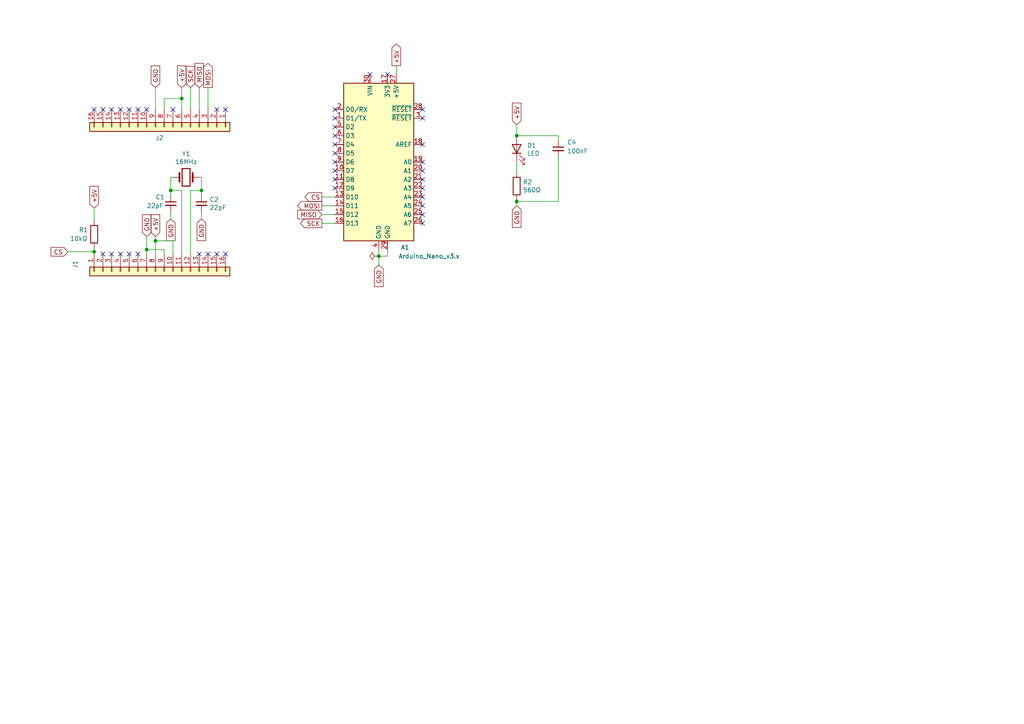
<source format=kicad_sch>
(kicad_sch (version 20211123) (generator eeschema)
  (paper "A4")
  (lib_symbols
    (symbol "Connector_Generic:Conn_01x16" (pin_names (offset 1.016) hide)
      (property "Reference" "J" (at 0 20.32 0))
      (property "Value" "Conn_01x16" (at 0 -22.86 0))
      (symbol "Conn_01x16_1_1"
        (rectangle (start -1.27 -20.193) (end 0 -20.447) (stroke (width 0.1524)))
        (rectangle (start -1.27 -17.653) (end 0 -17.907) (stroke (width 0.1524)))
        (rectangle (start -1.27 -15.113) (end 0 -15.367) (stroke (width 0.1524)))
        (rectangle (start -1.27 -12.573) (end 0 -12.827) (stroke (width 0.1524)))
        (rectangle (start -1.27 -10.033) (end 0 -10.287) (stroke (width 0.1524)))
        (rectangle (start -1.27 -7.493) (end 0 -7.747) (stroke (width 0.1524)))
        (rectangle (start -1.27 -4.953) (end 0 -5.207) (stroke (width 0.1524)))
        (rectangle (start -1.27 -2.413) (end 0 -2.667) (stroke (width 0.1524)))
        (rectangle (start -1.27 0.127) (end 0 -0.127) (stroke (width 0.1524)))
        (rectangle (start -1.27 2.667) (end 0 2.413) (stroke (width 0.1524)))
        (rectangle (start -1.27 5.207) (end 0 4.953) (stroke (width 0.1524)))
        (rectangle (start -1.27 7.747) (end 0 7.493) (stroke (width 0.1524)))
        (rectangle (start -1.27 10.287) (end 0 10.033) (stroke (width 0.1524)))
        (rectangle (start -1.27 12.827) (end 0 12.573) (stroke (width 0.1524)))
        (rectangle (start -1.27 15.367) (end 0 15.113) (stroke (width 0.1524)))
        (rectangle (start -1.27 17.907) (end 0 17.653) (stroke (width 0.1524)))
        (rectangle (start -1.27 19.05) (end 1.27 -21.59) (stroke (width 0.254)) (fill (type background)))
        (pin passive line (at -5.08 17.78 0) (length 3.81) (name "Pin_1") (number "1"))
        (pin passive line (at -5.08 -5.08 0) (length 3.81) (name "Pin_10") (number "10"))
        (pin passive line (at -5.08 -7.62 0) (length 3.81) (name "Pin_11") (number "11"))
        (pin passive line (at -5.08 -10.16 0) (length 3.81) (name "Pin_12") (number "12"))
        (pin passive line (at -5.08 -12.7 0) (length 3.81) (name "Pin_13") (number "13"))
        (pin passive line (at -5.08 -15.24 0) (length 3.81) (name "Pin_14") (number "14"))
        (pin passive line (at -5.08 -17.78 0) (length 3.81) (name "Pin_15") (number "15"))
        (pin passive line (at -5.08 -20.32 0) (length 3.81) (name "Pin_16") (number "16"))
        (pin passive line (at -5.08 15.24 0) (length 3.81) (name "Pin_2") (number "2"))
        (pin passive line (at -5.08 12.7 0) (length 3.81) (name "Pin_3") (number "3"))
        (pin passive line (at -5.08 10.16 0) (length 3.81) (name "Pin_4") (number "4"))
        (pin passive line (at -5.08 7.62 0) (length 3.81) (name "Pin_5") (number "5"))
        (pin passive line (at -5.08 5.08 0) (length 3.81) (name "Pin_6") (number "6"))
        (pin passive line (at -5.08 2.54 0) (length 3.81) (name "Pin_7") (number "7"))
        (pin passive line (at -5.08 0 0) (length 3.81) (name "Pin_8") (number "8"))
        (pin passive line (at -5.08 -2.54 0) (length 3.81) (name "Pin_9") (number "9"))
      )
    )
    (symbol "Device:C_Small" (pin_numbers hide) (pin_names (offset 0.254) hide)
      (property "Reference" "C" (at 0.254 1.778 0))
      (property "Value" "C_Small" (at 0.254 -2.032 0))
      (symbol "C_Small_0_1"
        (polyline (pts (xy -1.524 -0.508) (xy 1.524 -0.508)) (stroke (width 0.3302)))
        (polyline (pts (xy -1.524 0.508) (xy 1.524 0.508)) (stroke (width 0.3048)))
      )
      (symbol "C_Small_1_1"
        (pin passive line (at 0 2.54 270) (length 2.032) (name "~") (number "1"))
        (pin passive line (at 0 -2.54 90) (length 2.032) (name "~") (number "2"))
      )
    )
    (symbol "Device:Crystal" (pin_numbers hide) (pin_names (offset 1.016) hide)
      (property "Reference" "Y" (at 0 3.81 0))
      (property "Value" "Crystal" (at 0 -3.81 0))
      (symbol "Crystal_0_1"
        (rectangle (start -1.143 2.54) (end 1.143 -2.54) (stroke (width 0.3048)))
        (polyline (pts (xy -2.54 0) (xy -1.905 0)))
        (polyline (pts (xy -1.905 -1.27) (xy -1.905 1.27)) (stroke (width 0.508)))
        (polyline (pts (xy 1.905 -1.27) (xy 1.905 1.27)) (stroke (width 0.508)))
        (polyline (pts (xy 2.54 0) (xy 1.905 0)))
      )
      (symbol "Crystal_1_1"
        (pin passive line (at -3.81 0 0) (length 1.27) (name "1") (number "1"))
        (pin passive line (at 3.81 0 180) (length 1.27) (name "2") (number "2"))
      )
    )
    (symbol "Device:LED" (pin_numbers hide) (pin_names (offset 1.016) hide)
      (property "Reference" "D" (at 0 2.54 0))
      (property "Value" "LED" (at 0 -2.54 0))
      (symbol "LED_0_1"
        (polyline (pts (xy -1.27 -1.27) (xy -1.27 1.27)) (stroke (width 0.254)))
        (polyline (pts (xy -1.27 0) (xy 1.27 0)))
        (polyline (pts (xy 1.27 -1.27) (xy 1.27 1.27) (xy -1.27 0) (xy 1.27 -1.27)) (stroke (width 0.254)))
        (polyline (pts (xy -3.048 -0.762) (xy -4.572 -2.286) (xy -3.81 -2.286) (xy -4.572 -2.286) (xy -4.572 -1.524)))
        (polyline (pts (xy -1.778 -0.762) (xy -3.302 -2.286) (xy -2.54 -2.286) (xy -3.302 -2.286) (xy -3.302 -1.524)))
      )
      (symbol "LED_1_1"
        (pin passive line (at -3.81 0 0) (length 2.54) (name "K") (number "1"))
        (pin passive line (at 3.81 0 180) (length 2.54) (name "A") (number "2"))
      )
    )
    (symbol "Device:R" (pin_numbers hide) (pin_names (offset 0))
      (property "Reference" "R" (at 2.032 0 90))
      (property "Value" "R" (at 0 0 90))
      (symbol "R_0_1"
        (rectangle (start -1.016 -2.54) (end 1.016 2.54) (stroke (width 0.254)))
      )
      (symbol "R_1_1"
        (pin passive line (at 0 3.81 270) (length 1.27) (name "~") (number "1"))
        (pin passive line (at 0 -3.81 90) (length 1.27) (name "~") (number "2"))
      )
    )
    (symbol "MCU_Module:Arduino_Nano_v3.x"
      (property "Reference" "A" (at -10.16 23.495 0))
      (property "Value" "Arduino_Nano_v3.x" (at 5.08 -24.13 0))
      (symbol "Arduino_Nano_v3.x_0_1"
        (rectangle (start -10.16 22.86) (end 10.16 -22.86) (stroke (width 0.254)) (fill (type background)))
      )
      (symbol "Arduino_Nano_v3.x_1_1"
        (pin bidirectional line (at -12.7 12.7 0) (length 2.54) (name "D1/TX") (number "1"))
        (pin bidirectional line (at -12.7 -2.54 0) (length 2.54) (name "D7") (number "10"))
        (pin bidirectional line (at -12.7 -5.08 0) (length 2.54) (name "D8") (number "11"))
        (pin bidirectional line (at -12.7 -7.62 0) (length 2.54) (name "D9") (number "12"))
        (pin bidirectional line (at -12.7 -10.16 0) (length 2.54) (name "D10") (number "13"))
        (pin bidirectional line (at -12.7 -12.7 0) (length 2.54) (name "D11") (number "14"))
        (pin bidirectional line (at -12.7 -15.24 0) (length 2.54) (name "D12") (number "15"))
        (pin bidirectional line (at -12.7 -17.78 0) (length 2.54) (name "D13") (number "16"))
        (pin power_out line (at 2.54 25.4 270) (length 2.54) (name "3V3") (number "17"))
        (pin input line (at 12.7 5.08 180) (length 2.54) (name "AREF") (number "18"))
        (pin bidirectional line (at 12.7 0 180) (length 2.54) (name "A0") (number "19"))
        (pin bidirectional line (at -12.7 15.24 0) (length 2.54) (name "D0/RX") (number "2"))
        (pin bidirectional line (at 12.7 -2.54 180) (length 2.54) (name "A1") (number "20"))
        (pin bidirectional line (at 12.7 -5.08 180) (length 2.54) (name "A2") (number "21"))
        (pin bidirectional line (at 12.7 -7.62 180) (length 2.54) (name "A3") (number "22"))
        (pin bidirectional line (at 12.7 -10.16 180) (length 2.54) (name "A4") (number "23"))
        (pin bidirectional line (at 12.7 -12.7 180) (length 2.54) (name "A5") (number "24"))
        (pin bidirectional line (at 12.7 -15.24 180) (length 2.54) (name "A6") (number "25"))
        (pin bidirectional line (at 12.7 -17.78 180) (length 2.54) (name "A7") (number "26"))
        (pin power_out line (at 5.08 25.4 270) (length 2.54) (name "+5V") (number "27"))
        (pin input line (at 12.7 15.24 180) (length 2.54) (name "~{RESET}") (number "28"))
        (pin power_in line (at 2.54 -25.4 90) (length 2.54) (name "GND") (number "29"))
        (pin input line (at 12.7 12.7 180) (length 2.54) (name "~{RESET}") (number "3"))
        (pin power_in line (at -2.54 25.4 270) (length 2.54) (name "VIN") (number "30"))
        (pin power_in line (at 0 -25.4 90) (length 2.54) (name "GND") (number "4"))
        (pin bidirectional line (at -12.7 10.16 0) (length 2.54) (name "D2") (number "5"))
        (pin bidirectional line (at -12.7 7.62 0) (length 2.54) (name "D3") (number "6"))
        (pin bidirectional line (at -12.7 5.08 0) (length 2.54) (name "D4") (number "7"))
        (pin bidirectional line (at -12.7 2.54 0) (length 2.54) (name "D5") (number "8"))
        (pin bidirectional line (at -12.7 0 0) (length 2.54) (name "D6") (number "9"))
      )
    )
    (symbol "power:PWR_FLAG" (power) (pin_numbers hide) (pin_names (offset 0) hide)
      (property "Value" "PWR_FLAG" (at 0 3.81 0))
      (symbol "PWR_FLAG_0_0"
        (pin power_out line (at 0 0 90) (length 0) (name "pwr") (number "1"))
      )
      (symbol "PWR_FLAG_0_1"
        (polyline (pts (xy 0 0) (xy 0 1.27) (xy -1.016 1.905) (xy 0 2.54) (xy 1.016 1.905) (xy 0 1.27)))
      )
    )
  )
  (junction (at 45.085 69.85))
  (junction (at 149.86 58.42))
  (junction (at 149.86 39.37))
  (junction (at 27.305 73.025))
  (junction (at 58.42 55.245))
  (junction (at 42.545 72.39))
  (junction (at 109.855 74.295))
  (junction (at 52.705 28.575))
  (junction (at 49.53 55.245))
  (no_connect (at 122.555 46.99))
  (no_connect (at 29.845 31.75))
  (no_connect (at 122.555 34.29))
  (no_connect (at 42.545 31.75))
  (no_connect (at 97.155 36.83))
  (no_connect (at 65.405 31.75))
  (no_connect (at 112.395 21.59))
  (no_connect (at 97.155 39.37))
  (no_connect (at 60.325 73.66))
  (no_connect (at 122.555 41.91))
  (no_connect (at 122.555 54.61))
  (no_connect (at 122.555 52.07))
  (no_connect (at 97.155 31.75))
  (no_connect (at 32.385 31.75))
  (no_connect (at 122.555 57.15))
  (no_connect (at 122.555 64.77))
  (no_connect (at 34.925 31.75))
  (no_connect (at 97.155 34.29))
  (no_connect (at 122.555 59.69))
  (no_connect (at 57.785 73.66))
  (no_connect (at 97.155 54.61))
  (no_connect (at 29.845 73.66))
  (no_connect (at 97.155 44.45))
  (no_connect (at 97.155 49.53))
  (no_connect (at 122.555 62.23))
  (no_connect (at 27.305 31.75))
  (no_connect (at 97.155 41.91))
  (no_connect (at 97.155 52.07))
  (no_connect (at 62.865 31.75))
  (no_connect (at 107.315 21.59))
  (no_connect (at 37.465 73.66))
  (no_connect (at 50.165 31.75))
  (no_connect (at 97.155 46.99))
  (no_connect (at 65.405 73.66))
  (no_connect (at 32.385 73.66))
  (no_connect (at 40.005 73.66))
  (no_connect (at 40.005 31.75))
  (no_connect (at 122.555 49.53))
  (no_connect (at 62.865 73.66))
  (no_connect (at 37.465 31.75))
  (no_connect (at 122.555 31.75))
  (no_connect (at 34.925 73.66))
  (wire (pts (xy 93.345 62.23) (xy 97.155 62.23)))
  (wire (pts (xy 52.705 28.575) (xy 52.705 31.75)))
  (wire (pts (xy 42.545 68.58) (xy 42.545 72.39)))
  (wire (pts (xy 45.085 25.4) (xy 45.085 31.75)))
  (wire (pts (xy 47.625 73.66) (xy 47.625 72.39)))
  (wire (pts (xy 58.42 63.5) (xy 58.42 61.595)))
  (wire (pts (xy 42.545 72.39) (xy 42.545 73.66)))
  (wire (pts (xy 50.165 69.85) (xy 50.165 73.66)))
  (wire (pts (xy 93.345 64.77) (xy 97.155 64.77)))
  (wire (pts (xy 47.625 72.39) (xy 42.545 72.39)))
  (wire (pts (xy 161.925 58.42) (xy 149.86 58.42)))
  (wire (pts (xy 149.86 46.99) (xy 149.86 50.165)))
  (wire (pts (xy 55.245 25.4) (xy 55.245 31.75)))
  (wire (pts (xy 149.86 58.42) (xy 149.86 57.785)))
  (wire (pts (xy 49.53 55.245) (xy 52.705 55.245)))
  (wire (pts (xy 149.86 59.69) (xy 149.86 58.42)))
  (wire (pts (xy 45.085 69.85) (xy 50.165 69.85)))
  (wire (pts (xy 52.705 55.245) (xy 52.705 73.66)))
  (wire (pts (xy 45.085 68.58) (xy 45.085 69.85)))
  (wire (pts (xy 93.345 59.69) (xy 97.155 59.69)))
  (wire (pts (xy 114.935 19.05) (xy 114.935 21.59)))
  (wire (pts (xy 52.705 28.575) (xy 47.625 28.575)))
  (wire (pts (xy 55.245 55.245) (xy 55.245 73.66)))
  (wire (pts (xy 109.855 72.39) (xy 109.855 74.295)))
  (wire (pts (xy 19.685 73.025) (xy 27.305 73.025)))
  (wire (pts (xy 27.305 60.325) (xy 27.305 64.135)))
  (wire (pts (xy 27.305 73.025) (xy 27.305 73.66)))
  (wire (pts (xy 149.86 36.195) (xy 149.86 39.37)))
  (wire (pts (xy 27.305 71.755) (xy 27.305 73.025)))
  (wire (pts (xy 57.785 51.435) (xy 58.42 51.435)))
  (wire (pts (xy 58.42 51.435) (xy 58.42 55.245)))
  (wire (pts (xy 55.245 55.245) (xy 58.42 55.245)))
  (wire (pts (xy 112.395 72.39) (xy 112.395 74.295)))
  (wire (pts (xy 49.53 51.435) (xy 49.53 55.245)))
  (wire (pts (xy 47.625 28.575) (xy 47.625 31.75)))
  (wire (pts (xy 161.925 39.37) (xy 161.925 40.64)))
  (wire (pts (xy 58.42 56.515) (xy 58.42 55.245)))
  (wire (pts (xy 57.785 25.4) (xy 57.785 31.75)))
  (wire (pts (xy 52.705 25.4) (xy 52.705 28.575)))
  (wire (pts (xy 112.395 74.295) (xy 109.855 74.295)))
  (wire (pts (xy 161.925 45.72) (xy 161.925 58.42)))
  (wire (pts (xy 93.345 57.15) (xy 97.155 57.15)))
  (wire (pts (xy 60.325 25.4) (xy 60.325 31.75)))
  (wire (pts (xy 50.165 51.435) (xy 49.53 51.435)))
  (wire (pts (xy 49.53 56.515) (xy 49.53 55.245)))
  (wire (pts (xy 149.86 39.37) (xy 161.925 39.37)))
  (wire (pts (xy 109.855 74.295) (xy 109.855 76.835)))
  (wire (pts (xy 45.085 69.85) (xy 45.085 73.66)))
  (wire (pts (xy 49.53 63.5) (xy 49.53 61.595)))
  (global_label "SCK" (shape input) (at 55.245 25.4 90) (property "Intersheet References" "${INTERSHEET_REFS}" (effects hide)))
  (global_label "GND" (shape input) (at 49.53 63.5 270) (property "Intersheet References" "${INTERSHEET_REFS}" (effects hide)))
  (global_label "GND" (shape input) (at 58.42 63.5 270) (property "Intersheet References" "${INTERSHEET_REFS}" (effects hide)))
  (global_label "+5V" (shape input) (at 45.085 68.58 90) (property "Intersheet References" "${INTERSHEET_REFS}" (effects hide)))
  (global_label "MOSI" (shape output) (at 60.325 25.4 90) (property "Intersheet References" "${INTERSHEET_REFS}" (effects hide)))
  (global_label "+5V" (shape output) (at 114.935 19.05 90) (property "Intersheet References" "${INTERSHEET_REFS}" (effects hide)))
  (global_label "SCK" (shape output) (at 93.345 64.77 180) (property "Intersheet References" "${INTERSHEET_REFS}" (effects hide)))
  (global_label "+5V" (shape input) (at 52.705 25.4 90) (property "Intersheet References" "${INTERSHEET_REFS}" (effects hide)))
  (global_label "GND" (shape input) (at 45.085 25.4 90) (property "Intersheet References" "${INTERSHEET_REFS}" (effects hide)))
  (global_label "CS" (shape output) (at 93.345 57.15 180) (property "Intersheet References" "${INTERSHEET_REFS}" (effects hide)))
  (global_label "MISO" (shape input) (at 57.785 25.4 90) (property "Intersheet References" "${INTERSHEET_REFS}" (effects hide)))
  (global_label "+5V" (shape input) (at 149.86 36.195 90) (property "Intersheet References" "${INTERSHEET_REFS}" (effects hide)))
  (global_label "GND" (shape input) (at 109.855 76.835 270) (property "Intersheet References" "${INTERSHEET_REFS}" (effects hide)))
  (global_label "GND" (shape input) (at 42.545 68.58 90) (property "Intersheet References" "${INTERSHEET_REFS}" (effects hide)))
  (global_label "+5V" (shape input) (at 27.305 60.325 90) (property "Intersheet References" "${INTERSHEET_REFS}" (effects hide)))
  (global_label "MOSI" (shape output) (at 93.345 59.69 180) (property "Intersheet References" "${INTERSHEET_REFS}" (effects hide)))
  (global_label "MISO" (shape input) (at 93.345 62.23 180) (property "Intersheet References" "${INTERSHEET_REFS}" (effects hide)))
  (global_label "CS" (shape input) (at 19.685 73.025 180) (property "Intersheet References" "${INTERSHEET_REFS}" (effects hide)))
  (global_label "GND" (shape input) (at 149.86 59.69 270) (property "Intersheet References" "${INTERSHEET_REFS}" (effects hide)))
  (symbol (lib_id "MCU_Module:Arduino_Nano_v3.x") (at 109.855 46.99 0) (unit 1)
    (property "Reference" "A1" (at 117.475 71.755 0))
    (property "Value" "Arduino_Nano_v3.x" (at 124.46 74.295 0))
    (property "Footprint" "Module:Arduino_Nano" (effects hide))
    (property "Datasheet" "http://www.mouser.com/pdfdocs/Gravitech_Arduino_Nano3_0.pdf" (effects hide))
  )
  (symbol (lib_id "Connector_Generic:Conn_01x16") (at 47.625 36.83 270) (unit 1)
    (property "Reference" "J2" (at 46.2534 40.005 90))
    (property "Value" "Conn_01x16" (effects hide))
    (property "Footprint" "Connector_PinSocket_2.54mm:PinSocket_1x16_P2.54mm_Vertical" (effects hide))
  )
  (symbol (lib_id "Connector_Generic:Conn_01x16") (at 45.085 78.74 90) (mirror x) (unit 1)
    (property "Reference" "J1" (at 21.7932 76.6572 0))
    (property "Value" "Conn_01x16" (effects hide))
    (property "Footprint" "Connector_PinSocket_2.54mm:PinSocket_1x16_P2.54mm_Vertical" (effects hide))
  )
  (symbol (lib_id "Device:R") (at 27.305 67.945 0) (unit 1)
    (property "Reference" "R1" (at 22.86 66.675 0) (effects (justify left)))
    (property "Value" "10kΩ" (at 20.32 69.215 0) (effects (justify left)))
    (property "Footprint" "Resistor_SMD:R_0805_2012Metric_Pad1.20x1.40mm_HandSolder" (effects hide))
  )
  (symbol (lib_id "Device:Crystal") (at 53.975 51.435 0) (mirror x) (unit 1)
    (property "Reference" "Y1" (at 53.975 44.6278 0))
    (property "Value" "16MHz" (at 53.975 46.9392 0))
    (property "Footprint" "Crystal:Crystal_SMD_HC49-SD" (effects hide))
  )
  (symbol (lib_id "Device:C_Small") (at 49.53 59.055 0) (unit 1)
    (property "Reference" "C1" (at 45.085 57.15 0) (effects (justify left)))
    (property "Value" "22pF" (at 42.545 59.69 0) (effects (justify left)))
    (property "Footprint" "Capacitor_SMD:C_0805_2012Metric_Pad1.18x1.45mm_HandSolder" (effects hide))
  )
  (symbol (lib_id "Device:C_Small") (at 58.42 59.055 0) (unit 1)
    (property "Reference" "C2" (at 60.7568 57.8866 0) (effects (justify left)))
    (property "Value" "22pF" (at 60.7568 60.198 0) (effects (justify left)))
    (property "Footprint" "Capacitor_SMD:C_0805_2012Metric_Pad1.18x1.45mm_HandSolder" (effects hide))
  )
  (symbol (lib_id "Device:LED") (at 149.86 43.18 90) (unit 1)
    (property "Reference" "D1" (at 152.8572 42.1894 90) (effects (justify right)))
    (property "Value" "LED" (at 152.8572 44.5008 90) (effects (justify right)))
    (property "Footprint" "LED_SMD:LED_0805_2012Metric_Pad1.15x1.40mm_HandSolder" (effects hide))
  )
  (symbol (lib_id "Device:R") (at 149.86 53.975 0) (unit 1)
    (property "Reference" "R2" (at 151.638 52.8066 0) (effects (justify left)))
    (property "Value" "560Ω" (at 151.638 55.118 0) (effects (justify left)))
    (property "Footprint" "Resistor_SMD:R_0805_2012Metric_Pad1.20x1.40mm_HandSolder" (effects hide))
  )
  (symbol (lib_id "Device:C_Small") (at 161.925 43.18 0) (unit 1)
    (property "Reference" "C4" (at 164.465 41.275 0) (effects (justify left)))
    (property "Value" "100nF" (at 164.465 43.815 0) (effects (justify left)))
    (property "Footprint" "Capacitor_SMD:C_0805_2012Metric_Pad1.18x1.45mm_HandSolder" (effects hide))
  )
  (symbol (lib_id "power:PWR_FLAG") (at 109.855 74.295 90) (unit 1)
    (property "Reference" "#FLG?" (effects hide))
    (property "Value" "PWR_FLAG" (effects hide))
  )
)
</source>
